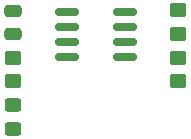
<source format=gbr>
%TF.GenerationSoftware,KiCad,Pcbnew,9.0.2*%
%TF.CreationDate,2025-08-02T09:46:46-05:00*%
%TF.ProjectId,GettingToBlinky_5.0,47657474-696e-4675-946f-426c696e6b79,rev?*%
%TF.SameCoordinates,Original*%
%TF.FileFunction,Paste,Top*%
%TF.FilePolarity,Positive*%
%FSLAX46Y46*%
G04 Gerber Fmt 4.6, Leading zero omitted, Abs format (unit mm)*
G04 Created by KiCad (PCBNEW 9.0.2) date 2025-08-02 09:46:46*
%MOMM*%
%LPD*%
G01*
G04 APERTURE LIST*
G04 Aperture macros list*
%AMRoundRect*
0 Rectangle with rounded corners*
0 $1 Rounding radius*
0 $2 $3 $4 $5 $6 $7 $8 $9 X,Y pos of 4 corners*
0 Add a 4 corners polygon primitive as box body*
4,1,4,$2,$3,$4,$5,$6,$7,$8,$9,$2,$3,0*
0 Add four circle primitives for the rounded corners*
1,1,$1+$1,$2,$3*
1,1,$1+$1,$4,$5*
1,1,$1+$1,$6,$7*
1,1,$1+$1,$8,$9*
0 Add four rect primitives between the rounded corners*
20,1,$1+$1,$2,$3,$4,$5,0*
20,1,$1+$1,$4,$5,$6,$7,0*
20,1,$1+$1,$6,$7,$8,$9,0*
20,1,$1+$1,$8,$9,$2,$3,0*%
G04 Aperture macros list end*
%ADD10RoundRect,0.250000X-0.450000X0.350000X-0.450000X-0.350000X0.450000X-0.350000X0.450000X0.350000X0*%
%ADD11RoundRect,0.150000X-0.825000X-0.150000X0.825000X-0.150000X0.825000X0.150000X-0.825000X0.150000X0*%
%ADD12RoundRect,0.250000X0.450000X-0.325000X0.450000X0.325000X-0.450000X0.325000X-0.450000X-0.325000X0*%
%ADD13RoundRect,0.250000X0.475000X-0.250000X0.475000X0.250000X-0.475000X0.250000X-0.475000X-0.250000X0*%
G04 APERTURE END LIST*
D10*
%TO.C,R3*%
X142900000Y-95500000D03*
X142900000Y-97500000D03*
%TD*%
%TO.C,R1*%
X156900000Y-91500000D03*
X156900000Y-93500000D03*
%TD*%
D11*
%TO.C,U2*%
X147450000Y-91595000D03*
X147450000Y-92865000D03*
X147450000Y-94135000D03*
X147450000Y-95405000D03*
X152400000Y-95405000D03*
X152400000Y-94135000D03*
X152400000Y-92865000D03*
X152400000Y-91595000D03*
%TD*%
D10*
%TO.C,R2*%
X156900000Y-95500000D03*
X156900000Y-97500000D03*
%TD*%
D12*
%TO.C,D1*%
X142900000Y-101525000D03*
X142900000Y-99475000D03*
%TD*%
D13*
%TO.C,C1*%
X142900000Y-93450000D03*
X142900000Y-91550000D03*
%TD*%
M02*

</source>
